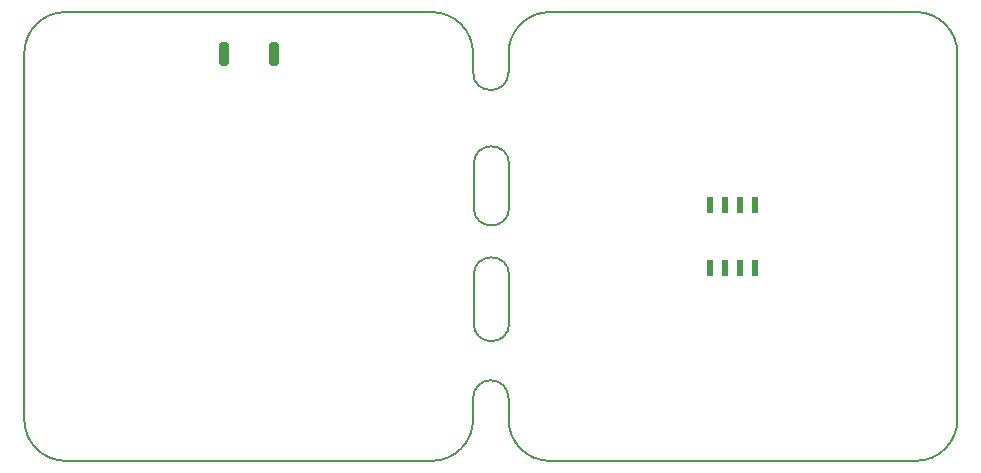
<source format=gbr>
%TF.GenerationSoftware,KiCad,Pcbnew,(7.0.0-0)*%
%TF.CreationDate,2023-05-24T17:39:11+02:00*%
%TF.ProjectId,ethersweep,65746865-7273-4776-9565-702e6b696361,2.0.1*%
%TF.SameCoordinates,Original*%
%TF.FileFunction,Paste,Bot*%
%TF.FilePolarity,Positive*%
%FSLAX46Y46*%
G04 Gerber Fmt 4.6, Leading zero omitted, Abs format (unit mm)*
G04 Created by KiCad (PCBNEW (7.0.0-0)) date 2023-05-24 17:39:11*
%MOMM*%
%LPD*%
G01*
G04 APERTURE LIST*
G04 Aperture macros list*
%AMRoundRect*
0 Rectangle with rounded corners*
0 $1 Rounding radius*
0 $2 $3 $4 $5 $6 $7 $8 $9 X,Y pos of 4 corners*
0 Add a 4 corners polygon primitive as box body*
4,1,4,$2,$3,$4,$5,$6,$7,$8,$9,$2,$3,0*
0 Add four circle primitives for the rounded corners*
1,1,$1+$1,$2,$3*
1,1,$1+$1,$4,$5*
1,1,$1+$1,$6,$7*
1,1,$1+$1,$8,$9*
0 Add four rect primitives between the rounded corners*
20,1,$1+$1,$2,$3,$4,$5,0*
20,1,$1+$1,$4,$5,$6,$7,0*
20,1,$1+$1,$6,$7,$8,$9,0*
20,1,$1+$1,$8,$9,$2,$3,0*%
G04 Aperture macros list end*
%ADD10RoundRect,0.200000X0.200000X0.800000X-0.200000X0.800000X-0.200000X-0.800000X0.200000X-0.800000X0*%
%ADD11R,0.600000X1.400000*%
%TA.AperFunction,Profile*%
%ADD12C,0.150000*%
%TD*%
G04 APERTURE END LIST*
D10*
X167250000Y-30250000D03*
X163050000Y-30250000D03*
D11*
X204194999Y-42999999D03*
X205464999Y-42999999D03*
X206734999Y-42999999D03*
X208004999Y-42999999D03*
X208004999Y-48399999D03*
X206734999Y-48399999D03*
X205464999Y-48399999D03*
X204194999Y-48399999D03*
D12*
X184100000Y-31800000D02*
X184100000Y-30200000D01*
X184100000Y-60700000D02*
X184100000Y-59400000D01*
X180600000Y-26700000D02*
X149600000Y-26700000D01*
X149600000Y-26700000D02*
G75*
G03*
X146100000Y-30200000I0J-3500000D01*
G01*
X184100000Y-30200000D02*
G75*
G03*
X180600000Y-26700000I-3500000J0D01*
G01*
X180600000Y-64700000D02*
G75*
G03*
X184100000Y-61200000I0J3500000D01*
G01*
X146100000Y-30200000D02*
X146100000Y-61200000D01*
X149600000Y-64700000D02*
X180600000Y-64700000D01*
X146100000Y-61200000D02*
G75*
G03*
X149600000Y-64700000I3500000J0D01*
G01*
X184100000Y-61200000D02*
X184100000Y-60700000D01*
X225100000Y-61200000D02*
X225100000Y-30200000D01*
X190600000Y-64700000D02*
X221600000Y-64700000D01*
X187100000Y-61200000D02*
G75*
G03*
X190600000Y-64700000I3500000J0D01*
G01*
X221600000Y-64700000D02*
G75*
G03*
X225100000Y-61200000I0J3500000D01*
G01*
X190600000Y-26700000D02*
G75*
G03*
X187100000Y-30200000I0J-3500000D01*
G01*
X190600000Y-26700000D02*
X221600000Y-26700000D01*
X187100000Y-30200000D02*
X187100000Y-30700000D01*
X187100000Y-61200000D02*
X187100000Y-59400000D01*
X187100000Y-31800000D02*
X187100000Y-30700000D01*
X225100000Y-30200000D02*
G75*
G03*
X221600000Y-26700000I-3500000J0D01*
G01*
X187150000Y-48970000D02*
G75*
G03*
X184150000Y-48970000I-1500000J0D01*
G01*
X187150000Y-39570000D02*
G75*
G03*
X184150000Y-39570000I-1500000J0D01*
G01*
X187100000Y-59400000D02*
G75*
G03*
X184100000Y-59400000I-1500000J30019D01*
G01*
X184150000Y-53070000D02*
X184150000Y-48970000D01*
X184150000Y-43270000D02*
X184150000Y-39570000D01*
X184150000Y-43270000D02*
G75*
G03*
X187150000Y-43270000I1500000J0D01*
G01*
X184100000Y-31800000D02*
G75*
G03*
X187100000Y-31800000I1500000J0D01*
G01*
X187150000Y-39570000D02*
X187150000Y-43270000D01*
X187150000Y-48970000D02*
X187150000Y-53070000D01*
X184150000Y-53070000D02*
G75*
G03*
X187150000Y-53070000I1500000J0D01*
G01*
M02*

</source>
